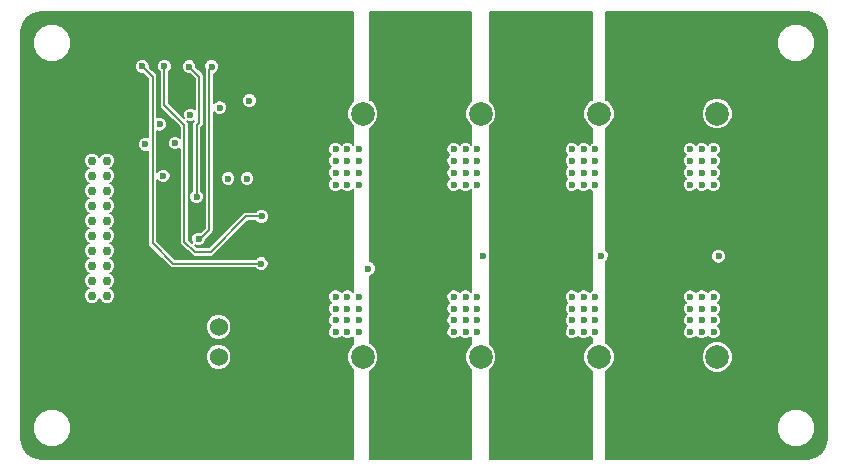
<source format=gbr>
G04 #@! TF.FileFunction,Copper,L3,Inr,Signal*
%FSLAX46Y46*%
G04 Gerber Fmt 4.6, Leading zero omitted, Abs format (unit mm)*
G04 Created by KiCad (PCBNEW 4.0.6-e0-6349~53~ubuntu14.04.1) date Tue Apr 25 14:13:02 2017*
%MOMM*%
%LPD*%
G01*
G04 APERTURE LIST*
%ADD10C,0.100000*%
%ADD11C,2.000000*%
%ADD12C,1.524000*%
%ADD13C,0.750000*%
%ADD14C,0.600000*%
%ADD15C,0.150000*%
%ADD16C,0.200000*%
G04 APERTURE END LIST*
D10*
D11*
X162300000Y-77000000D03*
X157300000Y-77000000D03*
X127300000Y-77000000D03*
X132300000Y-77000000D03*
X152300000Y-77000000D03*
X147300000Y-77000000D03*
X142300000Y-77000000D03*
X137300000Y-77000000D03*
D12*
X120100000Y-97600000D03*
X120100000Y-100140000D03*
X120100000Y-95060000D03*
D11*
X127300000Y-97600000D03*
X132300000Y-97600000D03*
X162300000Y-97600000D03*
X157300000Y-97600000D03*
X137300000Y-97600000D03*
X142300000Y-97600000D03*
X147300000Y-97600000D03*
X152300000Y-97600000D03*
D13*
X109365000Y-80985000D03*
X110635000Y-80985000D03*
X109365000Y-92415000D03*
X109365000Y-82255000D03*
X110635000Y-82255000D03*
X109365000Y-83525000D03*
X110635000Y-83525000D03*
X109365000Y-84795000D03*
X110635000Y-84795000D03*
X109365000Y-86065000D03*
X110635000Y-86065000D03*
X109365000Y-87335000D03*
X110635000Y-87335000D03*
X109365000Y-88605000D03*
X110635000Y-88605000D03*
X109365000Y-89875000D03*
X110635000Y-89875000D03*
X109365000Y-91145000D03*
X110635000Y-91145000D03*
X110635000Y-92415000D03*
D14*
X160000000Y-92500000D03*
X160000000Y-93500000D03*
X160000000Y-94500000D03*
X160000000Y-95500000D03*
X161000000Y-95500000D03*
X161000000Y-94500000D03*
X161000000Y-93500000D03*
X161000000Y-92500000D03*
X162000000Y-92500000D03*
X162000000Y-93500000D03*
X162000000Y-94500000D03*
X162000000Y-95500000D03*
X150000000Y-92500000D03*
X150000000Y-93500000D03*
X150000000Y-94500000D03*
X150000000Y-95500000D03*
X151000000Y-95500000D03*
X151000000Y-94500000D03*
X151000000Y-93500000D03*
X151000000Y-92500000D03*
X152000000Y-92500000D03*
X152000000Y-93500000D03*
X152000000Y-94500000D03*
X152000000Y-95500000D03*
X140000000Y-92500000D03*
X140000000Y-93500000D03*
X140000000Y-94500000D03*
X140000000Y-95500000D03*
X141000000Y-95500000D03*
X141000000Y-94500000D03*
X141000000Y-93500000D03*
X141000000Y-92500000D03*
X142000000Y-92500000D03*
X142000000Y-93500000D03*
X142000000Y-94500000D03*
X142000000Y-95500000D03*
X130000000Y-92500000D03*
X130000000Y-93500000D03*
X130000000Y-94500000D03*
X130000000Y-95500000D03*
X131000000Y-95500000D03*
X131000000Y-94500000D03*
X131000000Y-93500000D03*
X131000000Y-92500000D03*
X132000000Y-92500000D03*
X132000000Y-93500000D03*
X132000000Y-94500000D03*
X132000000Y-95500000D03*
X119500000Y-73025000D03*
X118400000Y-87600000D03*
X162425000Y-89075000D03*
X117600000Y-73025000D03*
X118225000Y-84050000D03*
X152500000Y-89025000D03*
X115500000Y-72975000D03*
X142475000Y-89075000D03*
X123725000Y-85700000D03*
X113625000Y-73000000D03*
X132775000Y-90125000D03*
X123700000Y-89700000D03*
X122700000Y-75900000D03*
X120200000Y-76500000D03*
X117700000Y-77100000D03*
X115100000Y-77900000D03*
X115400000Y-82275000D03*
X116400000Y-79500000D03*
X122500000Y-82500000D03*
X113900000Y-79600000D03*
X120900000Y-82500000D03*
X162000000Y-83000000D03*
X162000000Y-82000000D03*
X162000000Y-81000000D03*
X162000000Y-80000000D03*
X161000000Y-80000000D03*
X161000000Y-81000000D03*
X161000000Y-82000000D03*
X161000000Y-83000000D03*
X160000000Y-83000000D03*
X160000000Y-82000000D03*
X160000000Y-81000000D03*
X160000000Y-80000000D03*
X130000000Y-80000000D03*
X130000000Y-81000000D03*
X130000000Y-82000000D03*
X130000000Y-83000000D03*
X131000000Y-83000000D03*
X131000000Y-82000000D03*
X131000000Y-81000000D03*
X131000000Y-80000000D03*
X132000000Y-80000000D03*
X132000000Y-81000000D03*
X132000000Y-82000000D03*
X132000000Y-83000000D03*
X152000000Y-83000000D03*
X152000000Y-82000000D03*
X152000000Y-81000000D03*
X152000000Y-80000000D03*
X151000000Y-80000000D03*
X151000000Y-81000000D03*
X151000000Y-82000000D03*
X151000000Y-83000000D03*
X150000000Y-83000000D03*
X150000000Y-82000000D03*
X150000000Y-81000000D03*
X150000000Y-80000000D03*
X142000000Y-83000000D03*
X142000000Y-82000000D03*
X142000000Y-81000000D03*
X142000000Y-80000000D03*
X141000000Y-80000000D03*
X141000000Y-81000000D03*
X141000000Y-82000000D03*
X141000000Y-83000000D03*
X140000000Y-83000000D03*
X140000000Y-82000000D03*
X140000000Y-81000000D03*
X140000000Y-80000000D03*
D15*
X118400000Y-87600000D02*
X118525000Y-87600000D01*
X119300000Y-73225000D02*
X119500000Y-73025000D01*
X119300000Y-86825000D02*
X119300000Y-73225000D01*
X118525000Y-87600000D02*
X119300000Y-86825000D01*
X118225000Y-84050000D02*
X118225000Y-77975000D01*
X118450000Y-73875000D02*
X117600000Y-73025000D01*
X118450000Y-77750000D02*
X118450000Y-73875000D01*
X118225000Y-77975000D02*
X118450000Y-77750000D01*
X123725000Y-85700000D02*
X122450000Y-85700000D01*
X115500000Y-76300000D02*
X115500000Y-72975000D01*
X117200000Y-78000000D02*
X115500000Y-76300000D01*
X117200000Y-87825000D02*
X117200000Y-78000000D01*
X118100000Y-88725000D02*
X117200000Y-87825000D01*
X119425000Y-88725000D02*
X118100000Y-88725000D01*
X122450000Y-85700000D02*
X119425000Y-88725000D01*
X123700000Y-89700000D02*
X116225000Y-89700000D01*
X114500000Y-73875000D02*
X113625000Y-73000000D01*
X114500000Y-87975000D02*
X114500000Y-73875000D01*
X116225000Y-89700000D02*
X114500000Y-87975000D01*
D16*
G36*
X131500000Y-75933470D02*
X131181611Y-76251304D01*
X130980230Y-76736284D01*
X130979772Y-77261412D01*
X131180306Y-77746743D01*
X131500000Y-78066995D01*
X131500000Y-79623079D01*
X131499892Y-79623187D01*
X131351661Y-79474696D01*
X131123867Y-79380107D01*
X130877215Y-79379892D01*
X130649257Y-79474083D01*
X130499892Y-79623187D01*
X130351661Y-79474696D01*
X130123867Y-79380107D01*
X129877215Y-79379892D01*
X129649257Y-79474083D01*
X129474696Y-79648339D01*
X129380107Y-79876133D01*
X129379892Y-80122785D01*
X129474083Y-80350743D01*
X129623187Y-80500108D01*
X129474696Y-80648339D01*
X129380107Y-80876133D01*
X129379892Y-81122785D01*
X129474083Y-81350743D01*
X129623187Y-81500108D01*
X129474696Y-81648339D01*
X129380107Y-81876133D01*
X129379892Y-82122785D01*
X129474083Y-82350743D01*
X129623187Y-82500108D01*
X129474696Y-82648339D01*
X129380107Y-82876133D01*
X129379892Y-83122785D01*
X129474083Y-83350743D01*
X129648339Y-83525304D01*
X129876133Y-83619893D01*
X130122785Y-83620108D01*
X130350743Y-83525917D01*
X130500108Y-83376813D01*
X130648339Y-83525304D01*
X130876133Y-83619893D01*
X131122785Y-83620108D01*
X131350743Y-83525917D01*
X131500000Y-83376921D01*
X131500000Y-92123079D01*
X131499892Y-92123187D01*
X131351661Y-91974696D01*
X131123867Y-91880107D01*
X130877215Y-91879892D01*
X130649257Y-91974083D01*
X130499892Y-92123187D01*
X130351661Y-91974696D01*
X130123867Y-91880107D01*
X129877215Y-91879892D01*
X129649257Y-91974083D01*
X129474696Y-92148339D01*
X129380107Y-92376133D01*
X129379892Y-92622785D01*
X129474083Y-92850743D01*
X129623187Y-93000108D01*
X129474696Y-93148339D01*
X129380107Y-93376133D01*
X129379892Y-93622785D01*
X129474083Y-93850743D01*
X129623187Y-94000108D01*
X129474696Y-94148339D01*
X129380107Y-94376133D01*
X129379892Y-94622785D01*
X129474083Y-94850743D01*
X129623187Y-95000108D01*
X129474696Y-95148339D01*
X129380107Y-95376133D01*
X129379892Y-95622785D01*
X129474083Y-95850743D01*
X129648339Y-96025304D01*
X129876133Y-96119893D01*
X130122785Y-96120108D01*
X130350743Y-96025917D01*
X130500108Y-95876813D01*
X130648339Y-96025304D01*
X130876133Y-96119893D01*
X131122785Y-96120108D01*
X131350743Y-96025917D01*
X131500000Y-95876921D01*
X131500000Y-96533470D01*
X131181611Y-96851304D01*
X130980230Y-97336284D01*
X130979772Y-97861412D01*
X131180306Y-98346743D01*
X131500000Y-98666995D01*
X131500000Y-106205000D01*
X105038903Y-106205000D01*
X104388755Y-106075677D01*
X103870565Y-105729435D01*
X103524323Y-105211245D01*
X103395000Y-104561096D01*
X103395000Y-103920824D01*
X104379719Y-103920824D01*
X104625830Y-104516458D01*
X105081145Y-104972569D01*
X105676348Y-105219718D01*
X106320824Y-105220281D01*
X106916458Y-104974170D01*
X107372569Y-104518855D01*
X107619718Y-103923652D01*
X107620281Y-103279176D01*
X107374170Y-102683542D01*
X106918855Y-102227431D01*
X106323652Y-101980282D01*
X105679176Y-101979719D01*
X105083542Y-102225830D01*
X104627431Y-102681145D01*
X104380282Y-103276348D01*
X104379719Y-103920824D01*
X103395000Y-103920824D01*
X103395000Y-97814279D01*
X119017812Y-97814279D01*
X119182190Y-98212103D01*
X119486296Y-98516740D01*
X119883833Y-98681812D01*
X120314279Y-98682188D01*
X120712103Y-98517810D01*
X121016740Y-98213704D01*
X121181812Y-97816167D01*
X121182188Y-97385721D01*
X121017810Y-96987897D01*
X120713704Y-96683260D01*
X120316167Y-96518188D01*
X119885721Y-96517812D01*
X119487897Y-96682190D01*
X119183260Y-96986296D01*
X119018188Y-97383833D01*
X119017812Y-97814279D01*
X103395000Y-97814279D01*
X103395000Y-95274279D01*
X119017812Y-95274279D01*
X119182190Y-95672103D01*
X119486296Y-95976740D01*
X119883833Y-96141812D01*
X120314279Y-96142188D01*
X120712103Y-95977810D01*
X121016740Y-95673704D01*
X121181812Y-95276167D01*
X121182188Y-94845721D01*
X121017810Y-94447897D01*
X120713704Y-94143260D01*
X120316167Y-93978188D01*
X119885721Y-93977812D01*
X119487897Y-94142190D01*
X119183260Y-94446296D01*
X119018188Y-94843833D01*
X119017812Y-95274279D01*
X103395000Y-95274279D01*
X103395000Y-81122638D01*
X108669879Y-81122638D01*
X108775464Y-81378172D01*
X108970800Y-81573849D01*
X109081902Y-81619982D01*
X108971828Y-81665464D01*
X108776151Y-81860800D01*
X108670121Y-82116149D01*
X108669879Y-82392638D01*
X108775464Y-82648172D01*
X108970800Y-82843849D01*
X109081902Y-82889982D01*
X108971828Y-82935464D01*
X108776151Y-83130800D01*
X108670121Y-83386149D01*
X108669879Y-83662638D01*
X108775464Y-83918172D01*
X108970800Y-84113849D01*
X109081902Y-84159982D01*
X108971828Y-84205464D01*
X108776151Y-84400800D01*
X108670121Y-84656149D01*
X108669879Y-84932638D01*
X108775464Y-85188172D01*
X108970800Y-85383849D01*
X109081902Y-85429982D01*
X108971828Y-85475464D01*
X108776151Y-85670800D01*
X108670121Y-85926149D01*
X108669879Y-86202638D01*
X108775464Y-86458172D01*
X108970800Y-86653849D01*
X109081902Y-86699982D01*
X108971828Y-86745464D01*
X108776151Y-86940800D01*
X108670121Y-87196149D01*
X108669879Y-87472638D01*
X108775464Y-87728172D01*
X108970800Y-87923849D01*
X109081902Y-87969982D01*
X108971828Y-88015464D01*
X108776151Y-88210800D01*
X108670121Y-88466149D01*
X108669879Y-88742638D01*
X108775464Y-88998172D01*
X108970800Y-89193849D01*
X109081902Y-89239982D01*
X108971828Y-89285464D01*
X108776151Y-89480800D01*
X108670121Y-89736149D01*
X108669879Y-90012638D01*
X108775464Y-90268172D01*
X108970800Y-90463849D01*
X109081902Y-90509982D01*
X108971828Y-90555464D01*
X108776151Y-90750800D01*
X108670121Y-91006149D01*
X108669879Y-91282638D01*
X108775464Y-91538172D01*
X108970800Y-91733849D01*
X109081902Y-91779982D01*
X108971828Y-91825464D01*
X108776151Y-92020800D01*
X108670121Y-92276149D01*
X108669879Y-92552638D01*
X108775464Y-92808172D01*
X108970800Y-93003849D01*
X109226149Y-93109879D01*
X109502638Y-93110121D01*
X109758172Y-93004536D01*
X109953849Y-92809200D01*
X109999982Y-92698098D01*
X110045464Y-92808172D01*
X110240800Y-93003849D01*
X110496149Y-93109879D01*
X110772638Y-93110121D01*
X111028172Y-93004536D01*
X111223849Y-92809200D01*
X111329879Y-92553851D01*
X111330121Y-92277362D01*
X111224536Y-92021828D01*
X111029200Y-91826151D01*
X110918098Y-91780018D01*
X111028172Y-91734536D01*
X111223849Y-91539200D01*
X111329879Y-91283851D01*
X111330121Y-91007362D01*
X111224536Y-90751828D01*
X111029200Y-90556151D01*
X110918098Y-90510018D01*
X111028172Y-90464536D01*
X111223849Y-90269200D01*
X111329879Y-90013851D01*
X111330121Y-89737362D01*
X111224536Y-89481828D01*
X111029200Y-89286151D01*
X110918098Y-89240018D01*
X111028172Y-89194536D01*
X111223849Y-88999200D01*
X111329879Y-88743851D01*
X111330121Y-88467362D01*
X111224536Y-88211828D01*
X111029200Y-88016151D01*
X110918098Y-87970018D01*
X111028172Y-87924536D01*
X111223849Y-87729200D01*
X111329879Y-87473851D01*
X111330121Y-87197362D01*
X111224536Y-86941828D01*
X111029200Y-86746151D01*
X110918098Y-86700018D01*
X111028172Y-86654536D01*
X111223849Y-86459200D01*
X111329879Y-86203851D01*
X111330121Y-85927362D01*
X111224536Y-85671828D01*
X111029200Y-85476151D01*
X110918098Y-85430018D01*
X111028172Y-85384536D01*
X111223849Y-85189200D01*
X111329879Y-84933851D01*
X111330121Y-84657362D01*
X111224536Y-84401828D01*
X111029200Y-84206151D01*
X110918098Y-84160018D01*
X111028172Y-84114536D01*
X111223849Y-83919200D01*
X111329879Y-83663851D01*
X111330121Y-83387362D01*
X111224536Y-83131828D01*
X111029200Y-82936151D01*
X110918098Y-82890018D01*
X111028172Y-82844536D01*
X111223849Y-82649200D01*
X111329879Y-82393851D01*
X111330121Y-82117362D01*
X111224536Y-81861828D01*
X111029200Y-81666151D01*
X110918098Y-81620018D01*
X111028172Y-81574536D01*
X111223849Y-81379200D01*
X111329879Y-81123851D01*
X111330121Y-80847362D01*
X111224536Y-80591828D01*
X111029200Y-80396151D01*
X110773851Y-80290121D01*
X110497362Y-80289879D01*
X110241828Y-80395464D01*
X110046151Y-80590800D01*
X110000018Y-80701902D01*
X109954536Y-80591828D01*
X109759200Y-80396151D01*
X109503851Y-80290121D01*
X109227362Y-80289879D01*
X108971828Y-80395464D01*
X108776151Y-80590800D01*
X108670121Y-80846149D01*
X108669879Y-81122638D01*
X103395000Y-81122638D01*
X103395000Y-73122785D01*
X113004892Y-73122785D01*
X113099083Y-73350743D01*
X113273339Y-73525304D01*
X113501133Y-73619893D01*
X113686441Y-73620055D01*
X114105000Y-74038614D01*
X114105000Y-79013797D01*
X114023867Y-78980107D01*
X113777215Y-78979892D01*
X113549257Y-79074083D01*
X113374696Y-79248339D01*
X113280107Y-79476133D01*
X113279892Y-79722785D01*
X113374083Y-79950743D01*
X113548339Y-80125304D01*
X113776133Y-80219893D01*
X114022785Y-80220108D01*
X114105000Y-80186137D01*
X114105000Y-87975000D01*
X114135068Y-88126160D01*
X114220693Y-88254307D01*
X115945693Y-89979307D01*
X116073840Y-90064932D01*
X116225000Y-90095000D01*
X123218263Y-90095000D01*
X123348339Y-90225304D01*
X123576133Y-90319893D01*
X123822785Y-90320108D01*
X124050743Y-90225917D01*
X124225304Y-90051661D01*
X124319893Y-89823867D01*
X124320108Y-89577215D01*
X124225917Y-89349257D01*
X124051661Y-89174696D01*
X123823867Y-89080107D01*
X123577215Y-89079892D01*
X123349257Y-89174083D01*
X123218111Y-89305000D01*
X116388614Y-89305000D01*
X114895000Y-87811386D01*
X114895000Y-82646697D01*
X115048339Y-82800304D01*
X115276133Y-82894893D01*
X115522785Y-82895108D01*
X115750743Y-82800917D01*
X115925304Y-82626661D01*
X116019893Y-82398867D01*
X116020108Y-82152215D01*
X115925917Y-81924257D01*
X115751661Y-81749696D01*
X115523867Y-81655107D01*
X115277215Y-81654892D01*
X115049257Y-81749083D01*
X114895000Y-81903070D01*
X114895000Y-78486203D01*
X114976133Y-78519893D01*
X115222785Y-78520108D01*
X115450743Y-78425917D01*
X115625304Y-78251661D01*
X115719893Y-78023867D01*
X115720108Y-77777215D01*
X115625917Y-77549257D01*
X115451661Y-77374696D01*
X115223867Y-77280107D01*
X114977215Y-77279892D01*
X114895000Y-77313863D01*
X114895000Y-73875000D01*
X114864932Y-73723840D01*
X114779307Y-73595693D01*
X114281399Y-73097785D01*
X114879892Y-73097785D01*
X114974083Y-73325743D01*
X115105000Y-73456889D01*
X115105000Y-76300000D01*
X115135068Y-76451160D01*
X115220693Y-76579307D01*
X116805000Y-78163614D01*
X116805000Y-79028128D01*
X116751661Y-78974696D01*
X116523867Y-78880107D01*
X116277215Y-78879892D01*
X116049257Y-78974083D01*
X115874696Y-79148339D01*
X115780107Y-79376133D01*
X115779892Y-79622785D01*
X115874083Y-79850743D01*
X116048339Y-80025304D01*
X116276133Y-80119893D01*
X116522785Y-80120108D01*
X116750743Y-80025917D01*
X116805000Y-79971755D01*
X116805000Y-87825000D01*
X116835068Y-87976160D01*
X116920693Y-88104307D01*
X117820693Y-89004307D01*
X117948840Y-89089932D01*
X118100000Y-89120000D01*
X119425000Y-89120000D01*
X119576160Y-89089932D01*
X119704307Y-89004307D01*
X122613614Y-86095000D01*
X123243263Y-86095000D01*
X123373339Y-86225304D01*
X123601133Y-86319893D01*
X123847785Y-86320108D01*
X124075743Y-86225917D01*
X124250304Y-86051661D01*
X124344893Y-85823867D01*
X124345108Y-85577215D01*
X124250917Y-85349257D01*
X124076661Y-85174696D01*
X123848867Y-85080107D01*
X123602215Y-85079892D01*
X123374257Y-85174083D01*
X123243111Y-85305000D01*
X122450000Y-85305000D01*
X122298840Y-85335068D01*
X122170693Y-85420693D01*
X119261386Y-88330000D01*
X118263614Y-88330000D01*
X118066430Y-88132816D01*
X118276133Y-88219893D01*
X118522785Y-88220108D01*
X118750743Y-88125917D01*
X118925304Y-87951661D01*
X119019893Y-87723867D01*
X119019945Y-87663669D01*
X119579308Y-87104307D01*
X119630636Y-87027488D01*
X119664932Y-86976160D01*
X119695000Y-86825000D01*
X119695000Y-82622785D01*
X120279892Y-82622785D01*
X120374083Y-82850743D01*
X120548339Y-83025304D01*
X120776133Y-83119893D01*
X121022785Y-83120108D01*
X121250743Y-83025917D01*
X121425304Y-82851661D01*
X121519893Y-82623867D01*
X121519893Y-82622785D01*
X121879892Y-82622785D01*
X121974083Y-82850743D01*
X122148339Y-83025304D01*
X122376133Y-83119893D01*
X122622785Y-83120108D01*
X122850743Y-83025917D01*
X123025304Y-82851661D01*
X123119893Y-82623867D01*
X123120108Y-82377215D01*
X123025917Y-82149257D01*
X122851661Y-81974696D01*
X122623867Y-81880107D01*
X122377215Y-81879892D01*
X122149257Y-81974083D01*
X121974696Y-82148339D01*
X121880107Y-82376133D01*
X121879892Y-82622785D01*
X121519893Y-82622785D01*
X121520108Y-82377215D01*
X121425917Y-82149257D01*
X121251661Y-81974696D01*
X121023867Y-81880107D01*
X120777215Y-81879892D01*
X120549257Y-81974083D01*
X120374696Y-82148339D01*
X120280107Y-82376133D01*
X120279892Y-82622785D01*
X119695000Y-82622785D01*
X119695000Y-76871697D01*
X119848339Y-77025304D01*
X120076133Y-77119893D01*
X120322785Y-77120108D01*
X120550743Y-77025917D01*
X120725304Y-76851661D01*
X120819893Y-76623867D01*
X120820108Y-76377215D01*
X120725917Y-76149257D01*
X120599666Y-76022785D01*
X122079892Y-76022785D01*
X122174083Y-76250743D01*
X122348339Y-76425304D01*
X122576133Y-76519893D01*
X122822785Y-76520108D01*
X123050743Y-76425917D01*
X123225304Y-76251661D01*
X123319893Y-76023867D01*
X123320108Y-75777215D01*
X123225917Y-75549257D01*
X123051661Y-75374696D01*
X122823867Y-75280107D01*
X122577215Y-75279892D01*
X122349257Y-75374083D01*
X122174696Y-75548339D01*
X122080107Y-75776133D01*
X122079892Y-76022785D01*
X120599666Y-76022785D01*
X120551661Y-75974696D01*
X120323867Y-75880107D01*
X120077215Y-75879892D01*
X119849257Y-75974083D01*
X119695000Y-76128070D01*
X119695000Y-73615269D01*
X119850743Y-73550917D01*
X120025304Y-73376661D01*
X120119893Y-73148867D01*
X120120108Y-72902215D01*
X120025917Y-72674257D01*
X119851661Y-72499696D01*
X119623867Y-72405107D01*
X119377215Y-72404892D01*
X119149257Y-72499083D01*
X118974696Y-72673339D01*
X118880107Y-72901133D01*
X118879892Y-73147785D01*
X118907209Y-73213896D01*
X118905000Y-73225000D01*
X118905000Y-86661385D01*
X118567967Y-86998419D01*
X118523867Y-86980107D01*
X118277215Y-86979892D01*
X118049257Y-87074083D01*
X117874696Y-87248339D01*
X117780107Y-87476133D01*
X117779892Y-87722785D01*
X117866849Y-87933235D01*
X117595000Y-87661386D01*
X117595000Y-78000000D01*
X117564932Y-77848840D01*
X117479307Y-77720693D01*
X117409183Y-77650569D01*
X117576133Y-77719893D01*
X117822785Y-77720108D01*
X117990631Y-77650755D01*
X117945693Y-77695693D01*
X117860068Y-77823840D01*
X117830000Y-77975000D01*
X117830000Y-83568263D01*
X117699696Y-83698339D01*
X117605107Y-83926133D01*
X117604892Y-84172785D01*
X117699083Y-84400743D01*
X117873339Y-84575304D01*
X118101133Y-84669893D01*
X118347785Y-84670108D01*
X118575743Y-84575917D01*
X118750304Y-84401661D01*
X118844893Y-84173867D01*
X118845108Y-83927215D01*
X118750917Y-83699257D01*
X118620000Y-83568111D01*
X118620000Y-78138614D01*
X118729307Y-78029307D01*
X118814932Y-77901160D01*
X118845000Y-77750000D01*
X118845000Y-73875000D01*
X118814932Y-73723840D01*
X118762325Y-73645108D01*
X118729308Y-73595693D01*
X118219948Y-73086333D01*
X118220108Y-72902215D01*
X118125917Y-72674257D01*
X117951661Y-72499696D01*
X117723867Y-72405107D01*
X117477215Y-72404892D01*
X117249257Y-72499083D01*
X117074696Y-72673339D01*
X116980107Y-72901133D01*
X116979892Y-73147785D01*
X117074083Y-73375743D01*
X117248339Y-73550304D01*
X117476133Y-73644893D01*
X117661440Y-73645055D01*
X118055000Y-74038615D01*
X118055000Y-76578041D01*
X118051661Y-76574696D01*
X117823867Y-76480107D01*
X117577215Y-76479892D01*
X117349257Y-76574083D01*
X117174696Y-76748339D01*
X117080107Y-76976133D01*
X117079892Y-77222785D01*
X117149245Y-77390631D01*
X115895000Y-76136386D01*
X115895000Y-73456737D01*
X116025304Y-73326661D01*
X116119893Y-73098867D01*
X116120108Y-72852215D01*
X116025917Y-72624257D01*
X115851661Y-72449696D01*
X115623867Y-72355107D01*
X115377215Y-72354892D01*
X115149257Y-72449083D01*
X114974696Y-72623339D01*
X114880107Y-72851133D01*
X114879892Y-73097785D01*
X114281399Y-73097785D01*
X114244948Y-73061334D01*
X114245108Y-72877215D01*
X114150917Y-72649257D01*
X113976661Y-72474696D01*
X113748867Y-72380107D01*
X113502215Y-72379892D01*
X113274257Y-72474083D01*
X113099696Y-72648339D01*
X113005107Y-72876133D01*
X113004892Y-73122785D01*
X103395000Y-73122785D01*
X103395000Y-71320824D01*
X104379719Y-71320824D01*
X104625830Y-71916458D01*
X105081145Y-72372569D01*
X105676348Y-72619718D01*
X106320824Y-72620281D01*
X106916458Y-72374170D01*
X107372569Y-71918855D01*
X107619718Y-71323652D01*
X107620281Y-70679176D01*
X107374170Y-70083542D01*
X106918855Y-69627431D01*
X106323652Y-69380282D01*
X105679176Y-69379719D01*
X105083542Y-69625830D01*
X104627431Y-70081145D01*
X104380282Y-70676348D01*
X104379719Y-71320824D01*
X103395000Y-71320824D01*
X103395000Y-70038904D01*
X103524323Y-69388755D01*
X103870565Y-68870565D01*
X104388755Y-68524323D01*
X105038903Y-68395000D01*
X131500000Y-68395000D01*
X131500000Y-75933470D01*
X131500000Y-75933470D01*
G37*
X131500000Y-75933470D02*
X131181611Y-76251304D01*
X130980230Y-76736284D01*
X130979772Y-77261412D01*
X131180306Y-77746743D01*
X131500000Y-78066995D01*
X131500000Y-79623079D01*
X131499892Y-79623187D01*
X131351661Y-79474696D01*
X131123867Y-79380107D01*
X130877215Y-79379892D01*
X130649257Y-79474083D01*
X130499892Y-79623187D01*
X130351661Y-79474696D01*
X130123867Y-79380107D01*
X129877215Y-79379892D01*
X129649257Y-79474083D01*
X129474696Y-79648339D01*
X129380107Y-79876133D01*
X129379892Y-80122785D01*
X129474083Y-80350743D01*
X129623187Y-80500108D01*
X129474696Y-80648339D01*
X129380107Y-80876133D01*
X129379892Y-81122785D01*
X129474083Y-81350743D01*
X129623187Y-81500108D01*
X129474696Y-81648339D01*
X129380107Y-81876133D01*
X129379892Y-82122785D01*
X129474083Y-82350743D01*
X129623187Y-82500108D01*
X129474696Y-82648339D01*
X129380107Y-82876133D01*
X129379892Y-83122785D01*
X129474083Y-83350743D01*
X129648339Y-83525304D01*
X129876133Y-83619893D01*
X130122785Y-83620108D01*
X130350743Y-83525917D01*
X130500108Y-83376813D01*
X130648339Y-83525304D01*
X130876133Y-83619893D01*
X131122785Y-83620108D01*
X131350743Y-83525917D01*
X131500000Y-83376921D01*
X131500000Y-92123079D01*
X131499892Y-92123187D01*
X131351661Y-91974696D01*
X131123867Y-91880107D01*
X130877215Y-91879892D01*
X130649257Y-91974083D01*
X130499892Y-92123187D01*
X130351661Y-91974696D01*
X130123867Y-91880107D01*
X129877215Y-91879892D01*
X129649257Y-91974083D01*
X129474696Y-92148339D01*
X129380107Y-92376133D01*
X129379892Y-92622785D01*
X129474083Y-92850743D01*
X129623187Y-93000108D01*
X129474696Y-93148339D01*
X129380107Y-93376133D01*
X129379892Y-93622785D01*
X129474083Y-93850743D01*
X129623187Y-94000108D01*
X129474696Y-94148339D01*
X129380107Y-94376133D01*
X129379892Y-94622785D01*
X129474083Y-94850743D01*
X129623187Y-95000108D01*
X129474696Y-95148339D01*
X129380107Y-95376133D01*
X129379892Y-95622785D01*
X129474083Y-95850743D01*
X129648339Y-96025304D01*
X129876133Y-96119893D01*
X130122785Y-96120108D01*
X130350743Y-96025917D01*
X130500108Y-95876813D01*
X130648339Y-96025304D01*
X130876133Y-96119893D01*
X131122785Y-96120108D01*
X131350743Y-96025917D01*
X131500000Y-95876921D01*
X131500000Y-96533470D01*
X131181611Y-96851304D01*
X130980230Y-97336284D01*
X130979772Y-97861412D01*
X131180306Y-98346743D01*
X131500000Y-98666995D01*
X131500000Y-106205000D01*
X105038903Y-106205000D01*
X104388755Y-106075677D01*
X103870565Y-105729435D01*
X103524323Y-105211245D01*
X103395000Y-104561096D01*
X103395000Y-103920824D01*
X104379719Y-103920824D01*
X104625830Y-104516458D01*
X105081145Y-104972569D01*
X105676348Y-105219718D01*
X106320824Y-105220281D01*
X106916458Y-104974170D01*
X107372569Y-104518855D01*
X107619718Y-103923652D01*
X107620281Y-103279176D01*
X107374170Y-102683542D01*
X106918855Y-102227431D01*
X106323652Y-101980282D01*
X105679176Y-101979719D01*
X105083542Y-102225830D01*
X104627431Y-102681145D01*
X104380282Y-103276348D01*
X104379719Y-103920824D01*
X103395000Y-103920824D01*
X103395000Y-97814279D01*
X119017812Y-97814279D01*
X119182190Y-98212103D01*
X119486296Y-98516740D01*
X119883833Y-98681812D01*
X120314279Y-98682188D01*
X120712103Y-98517810D01*
X121016740Y-98213704D01*
X121181812Y-97816167D01*
X121182188Y-97385721D01*
X121017810Y-96987897D01*
X120713704Y-96683260D01*
X120316167Y-96518188D01*
X119885721Y-96517812D01*
X119487897Y-96682190D01*
X119183260Y-96986296D01*
X119018188Y-97383833D01*
X119017812Y-97814279D01*
X103395000Y-97814279D01*
X103395000Y-95274279D01*
X119017812Y-95274279D01*
X119182190Y-95672103D01*
X119486296Y-95976740D01*
X119883833Y-96141812D01*
X120314279Y-96142188D01*
X120712103Y-95977810D01*
X121016740Y-95673704D01*
X121181812Y-95276167D01*
X121182188Y-94845721D01*
X121017810Y-94447897D01*
X120713704Y-94143260D01*
X120316167Y-93978188D01*
X119885721Y-93977812D01*
X119487897Y-94142190D01*
X119183260Y-94446296D01*
X119018188Y-94843833D01*
X119017812Y-95274279D01*
X103395000Y-95274279D01*
X103395000Y-81122638D01*
X108669879Y-81122638D01*
X108775464Y-81378172D01*
X108970800Y-81573849D01*
X109081902Y-81619982D01*
X108971828Y-81665464D01*
X108776151Y-81860800D01*
X108670121Y-82116149D01*
X108669879Y-82392638D01*
X108775464Y-82648172D01*
X108970800Y-82843849D01*
X109081902Y-82889982D01*
X108971828Y-82935464D01*
X108776151Y-83130800D01*
X108670121Y-83386149D01*
X108669879Y-83662638D01*
X108775464Y-83918172D01*
X108970800Y-84113849D01*
X109081902Y-84159982D01*
X108971828Y-84205464D01*
X108776151Y-84400800D01*
X108670121Y-84656149D01*
X108669879Y-84932638D01*
X108775464Y-85188172D01*
X108970800Y-85383849D01*
X109081902Y-85429982D01*
X108971828Y-85475464D01*
X108776151Y-85670800D01*
X108670121Y-85926149D01*
X108669879Y-86202638D01*
X108775464Y-86458172D01*
X108970800Y-86653849D01*
X109081902Y-86699982D01*
X108971828Y-86745464D01*
X108776151Y-86940800D01*
X108670121Y-87196149D01*
X108669879Y-87472638D01*
X108775464Y-87728172D01*
X108970800Y-87923849D01*
X109081902Y-87969982D01*
X108971828Y-88015464D01*
X108776151Y-88210800D01*
X108670121Y-88466149D01*
X108669879Y-88742638D01*
X108775464Y-88998172D01*
X108970800Y-89193849D01*
X109081902Y-89239982D01*
X108971828Y-89285464D01*
X108776151Y-89480800D01*
X108670121Y-89736149D01*
X108669879Y-90012638D01*
X108775464Y-90268172D01*
X108970800Y-90463849D01*
X109081902Y-90509982D01*
X108971828Y-90555464D01*
X108776151Y-90750800D01*
X108670121Y-91006149D01*
X108669879Y-91282638D01*
X108775464Y-91538172D01*
X108970800Y-91733849D01*
X109081902Y-91779982D01*
X108971828Y-91825464D01*
X108776151Y-92020800D01*
X108670121Y-92276149D01*
X108669879Y-92552638D01*
X108775464Y-92808172D01*
X108970800Y-93003849D01*
X109226149Y-93109879D01*
X109502638Y-93110121D01*
X109758172Y-93004536D01*
X109953849Y-92809200D01*
X109999982Y-92698098D01*
X110045464Y-92808172D01*
X110240800Y-93003849D01*
X110496149Y-93109879D01*
X110772638Y-93110121D01*
X111028172Y-93004536D01*
X111223849Y-92809200D01*
X111329879Y-92553851D01*
X111330121Y-92277362D01*
X111224536Y-92021828D01*
X111029200Y-91826151D01*
X110918098Y-91780018D01*
X111028172Y-91734536D01*
X111223849Y-91539200D01*
X111329879Y-91283851D01*
X111330121Y-91007362D01*
X111224536Y-90751828D01*
X111029200Y-90556151D01*
X110918098Y-90510018D01*
X111028172Y-90464536D01*
X111223849Y-90269200D01*
X111329879Y-90013851D01*
X111330121Y-89737362D01*
X111224536Y-89481828D01*
X111029200Y-89286151D01*
X110918098Y-89240018D01*
X111028172Y-89194536D01*
X111223849Y-88999200D01*
X111329879Y-88743851D01*
X111330121Y-88467362D01*
X111224536Y-88211828D01*
X111029200Y-88016151D01*
X110918098Y-87970018D01*
X111028172Y-87924536D01*
X111223849Y-87729200D01*
X111329879Y-87473851D01*
X111330121Y-87197362D01*
X111224536Y-86941828D01*
X111029200Y-86746151D01*
X110918098Y-86700018D01*
X111028172Y-86654536D01*
X111223849Y-86459200D01*
X111329879Y-86203851D01*
X111330121Y-85927362D01*
X111224536Y-85671828D01*
X111029200Y-85476151D01*
X110918098Y-85430018D01*
X111028172Y-85384536D01*
X111223849Y-85189200D01*
X111329879Y-84933851D01*
X111330121Y-84657362D01*
X111224536Y-84401828D01*
X111029200Y-84206151D01*
X110918098Y-84160018D01*
X111028172Y-84114536D01*
X111223849Y-83919200D01*
X111329879Y-83663851D01*
X111330121Y-83387362D01*
X111224536Y-83131828D01*
X111029200Y-82936151D01*
X110918098Y-82890018D01*
X111028172Y-82844536D01*
X111223849Y-82649200D01*
X111329879Y-82393851D01*
X111330121Y-82117362D01*
X111224536Y-81861828D01*
X111029200Y-81666151D01*
X110918098Y-81620018D01*
X111028172Y-81574536D01*
X111223849Y-81379200D01*
X111329879Y-81123851D01*
X111330121Y-80847362D01*
X111224536Y-80591828D01*
X111029200Y-80396151D01*
X110773851Y-80290121D01*
X110497362Y-80289879D01*
X110241828Y-80395464D01*
X110046151Y-80590800D01*
X110000018Y-80701902D01*
X109954536Y-80591828D01*
X109759200Y-80396151D01*
X109503851Y-80290121D01*
X109227362Y-80289879D01*
X108971828Y-80395464D01*
X108776151Y-80590800D01*
X108670121Y-80846149D01*
X108669879Y-81122638D01*
X103395000Y-81122638D01*
X103395000Y-73122785D01*
X113004892Y-73122785D01*
X113099083Y-73350743D01*
X113273339Y-73525304D01*
X113501133Y-73619893D01*
X113686441Y-73620055D01*
X114105000Y-74038614D01*
X114105000Y-79013797D01*
X114023867Y-78980107D01*
X113777215Y-78979892D01*
X113549257Y-79074083D01*
X113374696Y-79248339D01*
X113280107Y-79476133D01*
X113279892Y-79722785D01*
X113374083Y-79950743D01*
X113548339Y-80125304D01*
X113776133Y-80219893D01*
X114022785Y-80220108D01*
X114105000Y-80186137D01*
X114105000Y-87975000D01*
X114135068Y-88126160D01*
X114220693Y-88254307D01*
X115945693Y-89979307D01*
X116073840Y-90064932D01*
X116225000Y-90095000D01*
X123218263Y-90095000D01*
X123348339Y-90225304D01*
X123576133Y-90319893D01*
X123822785Y-90320108D01*
X124050743Y-90225917D01*
X124225304Y-90051661D01*
X124319893Y-89823867D01*
X124320108Y-89577215D01*
X124225917Y-89349257D01*
X124051661Y-89174696D01*
X123823867Y-89080107D01*
X123577215Y-89079892D01*
X123349257Y-89174083D01*
X123218111Y-89305000D01*
X116388614Y-89305000D01*
X114895000Y-87811386D01*
X114895000Y-82646697D01*
X115048339Y-82800304D01*
X115276133Y-82894893D01*
X115522785Y-82895108D01*
X115750743Y-82800917D01*
X115925304Y-82626661D01*
X116019893Y-82398867D01*
X116020108Y-82152215D01*
X115925917Y-81924257D01*
X115751661Y-81749696D01*
X115523867Y-81655107D01*
X115277215Y-81654892D01*
X115049257Y-81749083D01*
X114895000Y-81903070D01*
X114895000Y-78486203D01*
X114976133Y-78519893D01*
X115222785Y-78520108D01*
X115450743Y-78425917D01*
X115625304Y-78251661D01*
X115719893Y-78023867D01*
X115720108Y-77777215D01*
X115625917Y-77549257D01*
X115451661Y-77374696D01*
X115223867Y-77280107D01*
X114977215Y-77279892D01*
X114895000Y-77313863D01*
X114895000Y-73875000D01*
X114864932Y-73723840D01*
X114779307Y-73595693D01*
X114281399Y-73097785D01*
X114879892Y-73097785D01*
X114974083Y-73325743D01*
X115105000Y-73456889D01*
X115105000Y-76300000D01*
X115135068Y-76451160D01*
X115220693Y-76579307D01*
X116805000Y-78163614D01*
X116805000Y-79028128D01*
X116751661Y-78974696D01*
X116523867Y-78880107D01*
X116277215Y-78879892D01*
X116049257Y-78974083D01*
X115874696Y-79148339D01*
X115780107Y-79376133D01*
X115779892Y-79622785D01*
X115874083Y-79850743D01*
X116048339Y-80025304D01*
X116276133Y-80119893D01*
X116522785Y-80120108D01*
X116750743Y-80025917D01*
X116805000Y-79971755D01*
X116805000Y-87825000D01*
X116835068Y-87976160D01*
X116920693Y-88104307D01*
X117820693Y-89004307D01*
X117948840Y-89089932D01*
X118100000Y-89120000D01*
X119425000Y-89120000D01*
X119576160Y-89089932D01*
X119704307Y-89004307D01*
X122613614Y-86095000D01*
X123243263Y-86095000D01*
X123373339Y-86225304D01*
X123601133Y-86319893D01*
X123847785Y-86320108D01*
X124075743Y-86225917D01*
X124250304Y-86051661D01*
X124344893Y-85823867D01*
X124345108Y-85577215D01*
X124250917Y-85349257D01*
X124076661Y-85174696D01*
X123848867Y-85080107D01*
X123602215Y-85079892D01*
X123374257Y-85174083D01*
X123243111Y-85305000D01*
X122450000Y-85305000D01*
X122298840Y-85335068D01*
X122170693Y-85420693D01*
X119261386Y-88330000D01*
X118263614Y-88330000D01*
X118066430Y-88132816D01*
X118276133Y-88219893D01*
X118522785Y-88220108D01*
X118750743Y-88125917D01*
X118925304Y-87951661D01*
X119019893Y-87723867D01*
X119019945Y-87663669D01*
X119579308Y-87104307D01*
X119630636Y-87027488D01*
X119664932Y-86976160D01*
X119695000Y-86825000D01*
X119695000Y-82622785D01*
X120279892Y-82622785D01*
X120374083Y-82850743D01*
X120548339Y-83025304D01*
X120776133Y-83119893D01*
X121022785Y-83120108D01*
X121250743Y-83025917D01*
X121425304Y-82851661D01*
X121519893Y-82623867D01*
X121519893Y-82622785D01*
X121879892Y-82622785D01*
X121974083Y-82850743D01*
X122148339Y-83025304D01*
X122376133Y-83119893D01*
X122622785Y-83120108D01*
X122850743Y-83025917D01*
X123025304Y-82851661D01*
X123119893Y-82623867D01*
X123120108Y-82377215D01*
X123025917Y-82149257D01*
X122851661Y-81974696D01*
X122623867Y-81880107D01*
X122377215Y-81879892D01*
X122149257Y-81974083D01*
X121974696Y-82148339D01*
X121880107Y-82376133D01*
X121879892Y-82622785D01*
X121519893Y-82622785D01*
X121520108Y-82377215D01*
X121425917Y-82149257D01*
X121251661Y-81974696D01*
X121023867Y-81880107D01*
X120777215Y-81879892D01*
X120549257Y-81974083D01*
X120374696Y-82148339D01*
X120280107Y-82376133D01*
X120279892Y-82622785D01*
X119695000Y-82622785D01*
X119695000Y-76871697D01*
X119848339Y-77025304D01*
X120076133Y-77119893D01*
X120322785Y-77120108D01*
X120550743Y-77025917D01*
X120725304Y-76851661D01*
X120819893Y-76623867D01*
X120820108Y-76377215D01*
X120725917Y-76149257D01*
X120599666Y-76022785D01*
X122079892Y-76022785D01*
X122174083Y-76250743D01*
X122348339Y-76425304D01*
X122576133Y-76519893D01*
X122822785Y-76520108D01*
X123050743Y-76425917D01*
X123225304Y-76251661D01*
X123319893Y-76023867D01*
X123320108Y-75777215D01*
X123225917Y-75549257D01*
X123051661Y-75374696D01*
X122823867Y-75280107D01*
X122577215Y-75279892D01*
X122349257Y-75374083D01*
X122174696Y-75548339D01*
X122080107Y-75776133D01*
X122079892Y-76022785D01*
X120599666Y-76022785D01*
X120551661Y-75974696D01*
X120323867Y-75880107D01*
X120077215Y-75879892D01*
X119849257Y-75974083D01*
X119695000Y-76128070D01*
X119695000Y-73615269D01*
X119850743Y-73550917D01*
X120025304Y-73376661D01*
X120119893Y-73148867D01*
X120120108Y-72902215D01*
X120025917Y-72674257D01*
X119851661Y-72499696D01*
X119623867Y-72405107D01*
X119377215Y-72404892D01*
X119149257Y-72499083D01*
X118974696Y-72673339D01*
X118880107Y-72901133D01*
X118879892Y-73147785D01*
X118907209Y-73213896D01*
X118905000Y-73225000D01*
X118905000Y-86661385D01*
X118567967Y-86998419D01*
X118523867Y-86980107D01*
X118277215Y-86979892D01*
X118049257Y-87074083D01*
X117874696Y-87248339D01*
X117780107Y-87476133D01*
X117779892Y-87722785D01*
X117866849Y-87933235D01*
X117595000Y-87661386D01*
X117595000Y-78000000D01*
X117564932Y-77848840D01*
X117479307Y-77720693D01*
X117409183Y-77650569D01*
X117576133Y-77719893D01*
X117822785Y-77720108D01*
X117990631Y-77650755D01*
X117945693Y-77695693D01*
X117860068Y-77823840D01*
X117830000Y-77975000D01*
X117830000Y-83568263D01*
X117699696Y-83698339D01*
X117605107Y-83926133D01*
X117604892Y-84172785D01*
X117699083Y-84400743D01*
X117873339Y-84575304D01*
X118101133Y-84669893D01*
X118347785Y-84670108D01*
X118575743Y-84575917D01*
X118750304Y-84401661D01*
X118844893Y-84173867D01*
X118845108Y-83927215D01*
X118750917Y-83699257D01*
X118620000Y-83568111D01*
X118620000Y-78138614D01*
X118729307Y-78029307D01*
X118814932Y-77901160D01*
X118845000Y-77750000D01*
X118845000Y-73875000D01*
X118814932Y-73723840D01*
X118762325Y-73645108D01*
X118729308Y-73595693D01*
X118219948Y-73086333D01*
X118220108Y-72902215D01*
X118125917Y-72674257D01*
X117951661Y-72499696D01*
X117723867Y-72405107D01*
X117477215Y-72404892D01*
X117249257Y-72499083D01*
X117074696Y-72673339D01*
X116980107Y-72901133D01*
X116979892Y-73147785D01*
X117074083Y-73375743D01*
X117248339Y-73550304D01*
X117476133Y-73644893D01*
X117661440Y-73645055D01*
X118055000Y-74038615D01*
X118055000Y-76578041D01*
X118051661Y-76574696D01*
X117823867Y-76480107D01*
X117577215Y-76479892D01*
X117349257Y-76574083D01*
X117174696Y-76748339D01*
X117080107Y-76976133D01*
X117079892Y-77222785D01*
X117149245Y-77390631D01*
X115895000Y-76136386D01*
X115895000Y-73456737D01*
X116025304Y-73326661D01*
X116119893Y-73098867D01*
X116120108Y-72852215D01*
X116025917Y-72624257D01*
X115851661Y-72449696D01*
X115623867Y-72355107D01*
X115377215Y-72354892D01*
X115149257Y-72449083D01*
X114974696Y-72623339D01*
X114880107Y-72851133D01*
X114879892Y-73097785D01*
X114281399Y-73097785D01*
X114244948Y-73061334D01*
X114245108Y-72877215D01*
X114150917Y-72649257D01*
X113976661Y-72474696D01*
X113748867Y-72380107D01*
X113502215Y-72379892D01*
X113274257Y-72474083D01*
X113099696Y-72648339D01*
X113005107Y-72876133D01*
X113004892Y-73122785D01*
X103395000Y-73122785D01*
X103395000Y-71320824D01*
X104379719Y-71320824D01*
X104625830Y-71916458D01*
X105081145Y-72372569D01*
X105676348Y-72619718D01*
X106320824Y-72620281D01*
X106916458Y-72374170D01*
X107372569Y-71918855D01*
X107619718Y-71323652D01*
X107620281Y-70679176D01*
X107374170Y-70083542D01*
X106918855Y-69627431D01*
X106323652Y-69380282D01*
X105679176Y-69379719D01*
X105083542Y-69625830D01*
X104627431Y-70081145D01*
X104380282Y-70676348D01*
X104379719Y-71320824D01*
X103395000Y-71320824D01*
X103395000Y-70038904D01*
X103524323Y-69388755D01*
X103870565Y-68870565D01*
X104388755Y-68524323D01*
X105038903Y-68395000D01*
X131500000Y-68395000D01*
X131500000Y-75933470D01*
G36*
X141500000Y-75933470D02*
X141181611Y-76251304D01*
X140980230Y-76736284D01*
X140979772Y-77261412D01*
X141180306Y-77746743D01*
X141500000Y-78066995D01*
X141500000Y-79623079D01*
X141499892Y-79623187D01*
X141351661Y-79474696D01*
X141123867Y-79380107D01*
X140877215Y-79379892D01*
X140649257Y-79474083D01*
X140499892Y-79623187D01*
X140351661Y-79474696D01*
X140123867Y-79380107D01*
X139877215Y-79379892D01*
X139649257Y-79474083D01*
X139474696Y-79648339D01*
X139380107Y-79876133D01*
X139379892Y-80122785D01*
X139474083Y-80350743D01*
X139623187Y-80500108D01*
X139474696Y-80648339D01*
X139380107Y-80876133D01*
X139379892Y-81122785D01*
X139474083Y-81350743D01*
X139623187Y-81500108D01*
X139474696Y-81648339D01*
X139380107Y-81876133D01*
X139379892Y-82122785D01*
X139474083Y-82350743D01*
X139623187Y-82500108D01*
X139474696Y-82648339D01*
X139380107Y-82876133D01*
X139379892Y-83122785D01*
X139474083Y-83350743D01*
X139648339Y-83525304D01*
X139876133Y-83619893D01*
X140122785Y-83620108D01*
X140350743Y-83525917D01*
X140500108Y-83376813D01*
X140648339Y-83525304D01*
X140876133Y-83619893D01*
X141122785Y-83620108D01*
X141350743Y-83525917D01*
X141500000Y-83376921D01*
X141500000Y-92123079D01*
X141499892Y-92123187D01*
X141351661Y-91974696D01*
X141123867Y-91880107D01*
X140877215Y-91879892D01*
X140649257Y-91974083D01*
X140499892Y-92123187D01*
X140351661Y-91974696D01*
X140123867Y-91880107D01*
X139877215Y-91879892D01*
X139649257Y-91974083D01*
X139474696Y-92148339D01*
X139380107Y-92376133D01*
X139379892Y-92622785D01*
X139474083Y-92850743D01*
X139623187Y-93000108D01*
X139474696Y-93148339D01*
X139380107Y-93376133D01*
X139379892Y-93622785D01*
X139474083Y-93850743D01*
X139623187Y-94000108D01*
X139474696Y-94148339D01*
X139380107Y-94376133D01*
X139379892Y-94622785D01*
X139474083Y-94850743D01*
X139623187Y-95000108D01*
X139474696Y-95148339D01*
X139380107Y-95376133D01*
X139379892Y-95622785D01*
X139474083Y-95850743D01*
X139648339Y-96025304D01*
X139876133Y-96119893D01*
X140122785Y-96120108D01*
X140350743Y-96025917D01*
X140500108Y-95876813D01*
X140648339Y-96025304D01*
X140876133Y-96119893D01*
X141122785Y-96120108D01*
X141350743Y-96025917D01*
X141500000Y-95876921D01*
X141500000Y-96533470D01*
X141181611Y-96851304D01*
X140980230Y-97336284D01*
X140979772Y-97861412D01*
X141180306Y-98346743D01*
X141500000Y-98666995D01*
X141500000Y-106205000D01*
X132900000Y-106205000D01*
X132900000Y-98780327D01*
X133046743Y-98719694D01*
X133418389Y-98348696D01*
X133619770Y-97863716D01*
X133620228Y-97338588D01*
X133419694Y-96853257D01*
X133048696Y-96481611D01*
X132900000Y-96419867D01*
X132900000Y-90744193D01*
X133125743Y-90650917D01*
X133300304Y-90476661D01*
X133394893Y-90248867D01*
X133395108Y-90002215D01*
X133300917Y-89774257D01*
X133126661Y-89599696D01*
X132900000Y-89505577D01*
X132900000Y-78180327D01*
X133046743Y-78119694D01*
X133418389Y-77748696D01*
X133619770Y-77263716D01*
X133620228Y-76738588D01*
X133419694Y-76253257D01*
X133048696Y-75881611D01*
X132900000Y-75819867D01*
X132900000Y-68395000D01*
X141500000Y-68395000D01*
X141500000Y-75933470D01*
X141500000Y-75933470D01*
G37*
X141500000Y-75933470D02*
X141181611Y-76251304D01*
X140980230Y-76736284D01*
X140979772Y-77261412D01*
X141180306Y-77746743D01*
X141500000Y-78066995D01*
X141500000Y-79623079D01*
X141499892Y-79623187D01*
X141351661Y-79474696D01*
X141123867Y-79380107D01*
X140877215Y-79379892D01*
X140649257Y-79474083D01*
X140499892Y-79623187D01*
X140351661Y-79474696D01*
X140123867Y-79380107D01*
X139877215Y-79379892D01*
X139649257Y-79474083D01*
X139474696Y-79648339D01*
X139380107Y-79876133D01*
X139379892Y-80122785D01*
X139474083Y-80350743D01*
X139623187Y-80500108D01*
X139474696Y-80648339D01*
X139380107Y-80876133D01*
X139379892Y-81122785D01*
X139474083Y-81350743D01*
X139623187Y-81500108D01*
X139474696Y-81648339D01*
X139380107Y-81876133D01*
X139379892Y-82122785D01*
X139474083Y-82350743D01*
X139623187Y-82500108D01*
X139474696Y-82648339D01*
X139380107Y-82876133D01*
X139379892Y-83122785D01*
X139474083Y-83350743D01*
X139648339Y-83525304D01*
X139876133Y-83619893D01*
X140122785Y-83620108D01*
X140350743Y-83525917D01*
X140500108Y-83376813D01*
X140648339Y-83525304D01*
X140876133Y-83619893D01*
X141122785Y-83620108D01*
X141350743Y-83525917D01*
X141500000Y-83376921D01*
X141500000Y-92123079D01*
X141499892Y-92123187D01*
X141351661Y-91974696D01*
X141123867Y-91880107D01*
X140877215Y-91879892D01*
X140649257Y-91974083D01*
X140499892Y-92123187D01*
X140351661Y-91974696D01*
X140123867Y-91880107D01*
X139877215Y-91879892D01*
X139649257Y-91974083D01*
X139474696Y-92148339D01*
X139380107Y-92376133D01*
X139379892Y-92622785D01*
X139474083Y-92850743D01*
X139623187Y-93000108D01*
X139474696Y-93148339D01*
X139380107Y-93376133D01*
X139379892Y-93622785D01*
X139474083Y-93850743D01*
X139623187Y-94000108D01*
X139474696Y-94148339D01*
X139380107Y-94376133D01*
X139379892Y-94622785D01*
X139474083Y-94850743D01*
X139623187Y-95000108D01*
X139474696Y-95148339D01*
X139380107Y-95376133D01*
X139379892Y-95622785D01*
X139474083Y-95850743D01*
X139648339Y-96025304D01*
X139876133Y-96119893D01*
X140122785Y-96120108D01*
X140350743Y-96025917D01*
X140500108Y-95876813D01*
X140648339Y-96025304D01*
X140876133Y-96119893D01*
X141122785Y-96120108D01*
X141350743Y-96025917D01*
X141500000Y-95876921D01*
X141500000Y-96533470D01*
X141181611Y-96851304D01*
X140980230Y-97336284D01*
X140979772Y-97861412D01*
X141180306Y-98346743D01*
X141500000Y-98666995D01*
X141500000Y-106205000D01*
X132900000Y-106205000D01*
X132900000Y-98780327D01*
X133046743Y-98719694D01*
X133418389Y-98348696D01*
X133619770Y-97863716D01*
X133620228Y-97338588D01*
X133419694Y-96853257D01*
X133048696Y-96481611D01*
X132900000Y-96419867D01*
X132900000Y-90744193D01*
X133125743Y-90650917D01*
X133300304Y-90476661D01*
X133394893Y-90248867D01*
X133395108Y-90002215D01*
X133300917Y-89774257D01*
X133126661Y-89599696D01*
X132900000Y-89505577D01*
X132900000Y-78180327D01*
X133046743Y-78119694D01*
X133418389Y-77748696D01*
X133619770Y-77263716D01*
X133620228Y-76738588D01*
X133419694Y-76253257D01*
X133048696Y-75881611D01*
X132900000Y-75819867D01*
X132900000Y-68395000D01*
X141500000Y-68395000D01*
X141500000Y-75933470D01*
G36*
X151700000Y-75819673D02*
X151553257Y-75880306D01*
X151181611Y-76251304D01*
X150980230Y-76736284D01*
X150979772Y-77261412D01*
X151180306Y-77746743D01*
X151551304Y-78118389D01*
X151700000Y-78180133D01*
X151700000Y-79453116D01*
X151649257Y-79474083D01*
X151499892Y-79623187D01*
X151351661Y-79474696D01*
X151123867Y-79380107D01*
X150877215Y-79379892D01*
X150649257Y-79474083D01*
X150499892Y-79623187D01*
X150351661Y-79474696D01*
X150123867Y-79380107D01*
X149877215Y-79379892D01*
X149649257Y-79474083D01*
X149474696Y-79648339D01*
X149380107Y-79876133D01*
X149379892Y-80122785D01*
X149474083Y-80350743D01*
X149623187Y-80500108D01*
X149474696Y-80648339D01*
X149380107Y-80876133D01*
X149379892Y-81122785D01*
X149474083Y-81350743D01*
X149623187Y-81500108D01*
X149474696Y-81648339D01*
X149380107Y-81876133D01*
X149379892Y-82122785D01*
X149474083Y-82350743D01*
X149623187Y-82500108D01*
X149474696Y-82648339D01*
X149380107Y-82876133D01*
X149379892Y-83122785D01*
X149474083Y-83350743D01*
X149648339Y-83525304D01*
X149876133Y-83619893D01*
X150122785Y-83620108D01*
X150350743Y-83525917D01*
X150500108Y-83376813D01*
X150648339Y-83525304D01*
X150876133Y-83619893D01*
X151122785Y-83620108D01*
X151350743Y-83525917D01*
X151500108Y-83376813D01*
X151648339Y-83525304D01*
X151700000Y-83546756D01*
X151700000Y-91953116D01*
X151649257Y-91974083D01*
X151499892Y-92123187D01*
X151351661Y-91974696D01*
X151123867Y-91880107D01*
X150877215Y-91879892D01*
X150649257Y-91974083D01*
X150499892Y-92123187D01*
X150351661Y-91974696D01*
X150123867Y-91880107D01*
X149877215Y-91879892D01*
X149649257Y-91974083D01*
X149474696Y-92148339D01*
X149380107Y-92376133D01*
X149379892Y-92622785D01*
X149474083Y-92850743D01*
X149623187Y-93000108D01*
X149474696Y-93148339D01*
X149380107Y-93376133D01*
X149379892Y-93622785D01*
X149474083Y-93850743D01*
X149623187Y-94000108D01*
X149474696Y-94148339D01*
X149380107Y-94376133D01*
X149379892Y-94622785D01*
X149474083Y-94850743D01*
X149623187Y-95000108D01*
X149474696Y-95148339D01*
X149380107Y-95376133D01*
X149379892Y-95622785D01*
X149474083Y-95850743D01*
X149648339Y-96025304D01*
X149876133Y-96119893D01*
X150122785Y-96120108D01*
X150350743Y-96025917D01*
X150500108Y-95876813D01*
X150648339Y-96025304D01*
X150876133Y-96119893D01*
X151122785Y-96120108D01*
X151350743Y-96025917D01*
X151500108Y-95876813D01*
X151648339Y-96025304D01*
X151700000Y-96046756D01*
X151700000Y-96419673D01*
X151553257Y-96480306D01*
X151181611Y-96851304D01*
X150980230Y-97336284D01*
X150979772Y-97861412D01*
X151180306Y-98346743D01*
X151551304Y-98718389D01*
X151700000Y-98780133D01*
X151700000Y-106205000D01*
X143100000Y-106205000D01*
X143100000Y-98666530D01*
X143418389Y-98348696D01*
X143619770Y-97863716D01*
X143620228Y-97338588D01*
X143419694Y-96853257D01*
X143100000Y-96533005D01*
X143100000Y-78066530D01*
X143418389Y-77748696D01*
X143619770Y-77263716D01*
X143620228Y-76738588D01*
X143419694Y-76253257D01*
X143100000Y-75933005D01*
X143100000Y-68395000D01*
X151700000Y-68395000D01*
X151700000Y-75819673D01*
X151700000Y-75819673D01*
G37*
X151700000Y-75819673D02*
X151553257Y-75880306D01*
X151181611Y-76251304D01*
X150980230Y-76736284D01*
X150979772Y-77261412D01*
X151180306Y-77746743D01*
X151551304Y-78118389D01*
X151700000Y-78180133D01*
X151700000Y-79453116D01*
X151649257Y-79474083D01*
X151499892Y-79623187D01*
X151351661Y-79474696D01*
X151123867Y-79380107D01*
X150877215Y-79379892D01*
X150649257Y-79474083D01*
X150499892Y-79623187D01*
X150351661Y-79474696D01*
X150123867Y-79380107D01*
X149877215Y-79379892D01*
X149649257Y-79474083D01*
X149474696Y-79648339D01*
X149380107Y-79876133D01*
X149379892Y-80122785D01*
X149474083Y-80350743D01*
X149623187Y-80500108D01*
X149474696Y-80648339D01*
X149380107Y-80876133D01*
X149379892Y-81122785D01*
X149474083Y-81350743D01*
X149623187Y-81500108D01*
X149474696Y-81648339D01*
X149380107Y-81876133D01*
X149379892Y-82122785D01*
X149474083Y-82350743D01*
X149623187Y-82500108D01*
X149474696Y-82648339D01*
X149380107Y-82876133D01*
X149379892Y-83122785D01*
X149474083Y-83350743D01*
X149648339Y-83525304D01*
X149876133Y-83619893D01*
X150122785Y-83620108D01*
X150350743Y-83525917D01*
X150500108Y-83376813D01*
X150648339Y-83525304D01*
X150876133Y-83619893D01*
X151122785Y-83620108D01*
X151350743Y-83525917D01*
X151500108Y-83376813D01*
X151648339Y-83525304D01*
X151700000Y-83546756D01*
X151700000Y-91953116D01*
X151649257Y-91974083D01*
X151499892Y-92123187D01*
X151351661Y-91974696D01*
X151123867Y-91880107D01*
X150877215Y-91879892D01*
X150649257Y-91974083D01*
X150499892Y-92123187D01*
X150351661Y-91974696D01*
X150123867Y-91880107D01*
X149877215Y-91879892D01*
X149649257Y-91974083D01*
X149474696Y-92148339D01*
X149380107Y-92376133D01*
X149379892Y-92622785D01*
X149474083Y-92850743D01*
X149623187Y-93000108D01*
X149474696Y-93148339D01*
X149380107Y-93376133D01*
X149379892Y-93622785D01*
X149474083Y-93850743D01*
X149623187Y-94000108D01*
X149474696Y-94148339D01*
X149380107Y-94376133D01*
X149379892Y-94622785D01*
X149474083Y-94850743D01*
X149623187Y-95000108D01*
X149474696Y-95148339D01*
X149380107Y-95376133D01*
X149379892Y-95622785D01*
X149474083Y-95850743D01*
X149648339Y-96025304D01*
X149876133Y-96119893D01*
X150122785Y-96120108D01*
X150350743Y-96025917D01*
X150500108Y-95876813D01*
X150648339Y-96025304D01*
X150876133Y-96119893D01*
X151122785Y-96120108D01*
X151350743Y-96025917D01*
X151500108Y-95876813D01*
X151648339Y-96025304D01*
X151700000Y-96046756D01*
X151700000Y-96419673D01*
X151553257Y-96480306D01*
X151181611Y-96851304D01*
X150980230Y-97336284D01*
X150979772Y-97861412D01*
X151180306Y-98346743D01*
X151551304Y-98718389D01*
X151700000Y-98780133D01*
X151700000Y-106205000D01*
X143100000Y-106205000D01*
X143100000Y-98666530D01*
X143418389Y-98348696D01*
X143619770Y-97863716D01*
X143620228Y-97338588D01*
X143419694Y-96853257D01*
X143100000Y-96533005D01*
X143100000Y-78066530D01*
X143418389Y-77748696D01*
X143619770Y-77263716D01*
X143620228Y-76738588D01*
X143419694Y-76253257D01*
X143100000Y-75933005D01*
X143100000Y-68395000D01*
X151700000Y-68395000D01*
X151700000Y-75819673D01*
G36*
X170611245Y-68524323D02*
X171129435Y-68870565D01*
X171475677Y-69388755D01*
X171605000Y-70038903D01*
X171605000Y-104561097D01*
X171475677Y-105211245D01*
X171129435Y-105729435D01*
X170611245Y-106075677D01*
X169961096Y-106205000D01*
X152900000Y-106205000D01*
X152900000Y-103920824D01*
X167379719Y-103920824D01*
X167625830Y-104516458D01*
X168081145Y-104972569D01*
X168676348Y-105219718D01*
X169320824Y-105220281D01*
X169916458Y-104974170D01*
X170372569Y-104518855D01*
X170619718Y-103923652D01*
X170620281Y-103279176D01*
X170374170Y-102683542D01*
X169918855Y-102227431D01*
X169323652Y-101980282D01*
X168679176Y-101979719D01*
X168083542Y-102225830D01*
X167627431Y-102681145D01*
X167380282Y-103276348D01*
X167379719Y-103920824D01*
X152900000Y-103920824D01*
X152900000Y-98780327D01*
X153046743Y-98719694D01*
X153418389Y-98348696D01*
X153619770Y-97863716D01*
X153619772Y-97861412D01*
X160979772Y-97861412D01*
X161180306Y-98346743D01*
X161551304Y-98718389D01*
X162036284Y-98919770D01*
X162561412Y-98920228D01*
X163046743Y-98719694D01*
X163418389Y-98348696D01*
X163619770Y-97863716D01*
X163620228Y-97338588D01*
X163419694Y-96853257D01*
X163048696Y-96481611D01*
X162563716Y-96280230D01*
X162038588Y-96279772D01*
X161553257Y-96480306D01*
X161181611Y-96851304D01*
X160980230Y-97336284D01*
X160979772Y-97861412D01*
X153619772Y-97861412D01*
X153620228Y-97338588D01*
X153419694Y-96853257D01*
X153048696Y-96481611D01*
X152900000Y-96419867D01*
X152900000Y-92622785D01*
X159379892Y-92622785D01*
X159474083Y-92850743D01*
X159623187Y-93000108D01*
X159474696Y-93148339D01*
X159380107Y-93376133D01*
X159379892Y-93622785D01*
X159474083Y-93850743D01*
X159623187Y-94000108D01*
X159474696Y-94148339D01*
X159380107Y-94376133D01*
X159379892Y-94622785D01*
X159474083Y-94850743D01*
X159623187Y-95000108D01*
X159474696Y-95148339D01*
X159380107Y-95376133D01*
X159379892Y-95622785D01*
X159474083Y-95850743D01*
X159648339Y-96025304D01*
X159876133Y-96119893D01*
X160122785Y-96120108D01*
X160350743Y-96025917D01*
X160500108Y-95876813D01*
X160648339Y-96025304D01*
X160876133Y-96119893D01*
X161122785Y-96120108D01*
X161350743Y-96025917D01*
X161500108Y-95876813D01*
X161648339Y-96025304D01*
X161876133Y-96119893D01*
X162122785Y-96120108D01*
X162350743Y-96025917D01*
X162525304Y-95851661D01*
X162619893Y-95623867D01*
X162620108Y-95377215D01*
X162525917Y-95149257D01*
X162376813Y-94999892D01*
X162525304Y-94851661D01*
X162619893Y-94623867D01*
X162620108Y-94377215D01*
X162525917Y-94149257D01*
X162376813Y-93999892D01*
X162525304Y-93851661D01*
X162619893Y-93623867D01*
X162620108Y-93377215D01*
X162525917Y-93149257D01*
X162376813Y-92999892D01*
X162525304Y-92851661D01*
X162619893Y-92623867D01*
X162620108Y-92377215D01*
X162525917Y-92149257D01*
X162351661Y-91974696D01*
X162123867Y-91880107D01*
X161877215Y-91879892D01*
X161649257Y-91974083D01*
X161499892Y-92123187D01*
X161351661Y-91974696D01*
X161123867Y-91880107D01*
X160877215Y-91879892D01*
X160649257Y-91974083D01*
X160499892Y-92123187D01*
X160351661Y-91974696D01*
X160123867Y-91880107D01*
X159877215Y-91879892D01*
X159649257Y-91974083D01*
X159474696Y-92148339D01*
X159380107Y-92376133D01*
X159379892Y-92622785D01*
X152900000Y-92622785D01*
X152900000Y-89501746D01*
X153025304Y-89376661D01*
X153099580Y-89197785D01*
X161804892Y-89197785D01*
X161899083Y-89425743D01*
X162073339Y-89600304D01*
X162301133Y-89694893D01*
X162547785Y-89695108D01*
X162775743Y-89600917D01*
X162950304Y-89426661D01*
X163044893Y-89198867D01*
X163045108Y-88952215D01*
X162950917Y-88724257D01*
X162776661Y-88549696D01*
X162548867Y-88455107D01*
X162302215Y-88454892D01*
X162074257Y-88549083D01*
X161899696Y-88723339D01*
X161805107Y-88951133D01*
X161804892Y-89197785D01*
X153099580Y-89197785D01*
X153119893Y-89148867D01*
X153120108Y-88902215D01*
X153025917Y-88674257D01*
X152900000Y-88548120D01*
X152900000Y-80122785D01*
X159379892Y-80122785D01*
X159474083Y-80350743D01*
X159623187Y-80500108D01*
X159474696Y-80648339D01*
X159380107Y-80876133D01*
X159379892Y-81122785D01*
X159474083Y-81350743D01*
X159623187Y-81500108D01*
X159474696Y-81648339D01*
X159380107Y-81876133D01*
X159379892Y-82122785D01*
X159474083Y-82350743D01*
X159623187Y-82500108D01*
X159474696Y-82648339D01*
X159380107Y-82876133D01*
X159379892Y-83122785D01*
X159474083Y-83350743D01*
X159648339Y-83525304D01*
X159876133Y-83619893D01*
X160122785Y-83620108D01*
X160350743Y-83525917D01*
X160500108Y-83376813D01*
X160648339Y-83525304D01*
X160876133Y-83619893D01*
X161122785Y-83620108D01*
X161350743Y-83525917D01*
X161500108Y-83376813D01*
X161648339Y-83525304D01*
X161876133Y-83619893D01*
X162122785Y-83620108D01*
X162350743Y-83525917D01*
X162525304Y-83351661D01*
X162619893Y-83123867D01*
X162620108Y-82877215D01*
X162525917Y-82649257D01*
X162376813Y-82499892D01*
X162525304Y-82351661D01*
X162619893Y-82123867D01*
X162620108Y-81877215D01*
X162525917Y-81649257D01*
X162376813Y-81499892D01*
X162525304Y-81351661D01*
X162619893Y-81123867D01*
X162620108Y-80877215D01*
X162525917Y-80649257D01*
X162376813Y-80499892D01*
X162525304Y-80351661D01*
X162619893Y-80123867D01*
X162620108Y-79877215D01*
X162525917Y-79649257D01*
X162351661Y-79474696D01*
X162123867Y-79380107D01*
X161877215Y-79379892D01*
X161649257Y-79474083D01*
X161499892Y-79623187D01*
X161351661Y-79474696D01*
X161123867Y-79380107D01*
X160877215Y-79379892D01*
X160649257Y-79474083D01*
X160499892Y-79623187D01*
X160351661Y-79474696D01*
X160123867Y-79380107D01*
X159877215Y-79379892D01*
X159649257Y-79474083D01*
X159474696Y-79648339D01*
X159380107Y-79876133D01*
X159379892Y-80122785D01*
X152900000Y-80122785D01*
X152900000Y-78180327D01*
X153046743Y-78119694D01*
X153418389Y-77748696D01*
X153619770Y-77263716D01*
X153619772Y-77261412D01*
X160979772Y-77261412D01*
X161180306Y-77746743D01*
X161551304Y-78118389D01*
X162036284Y-78319770D01*
X162561412Y-78320228D01*
X163046743Y-78119694D01*
X163418389Y-77748696D01*
X163619770Y-77263716D01*
X163620228Y-76738588D01*
X163419694Y-76253257D01*
X163048696Y-75881611D01*
X162563716Y-75680230D01*
X162038588Y-75679772D01*
X161553257Y-75880306D01*
X161181611Y-76251304D01*
X160980230Y-76736284D01*
X160979772Y-77261412D01*
X153619772Y-77261412D01*
X153620228Y-76738588D01*
X153419694Y-76253257D01*
X153048696Y-75881611D01*
X152900000Y-75819867D01*
X152900000Y-71320824D01*
X167379719Y-71320824D01*
X167625830Y-71916458D01*
X168081145Y-72372569D01*
X168676348Y-72619718D01*
X169320824Y-72620281D01*
X169916458Y-72374170D01*
X170372569Y-71918855D01*
X170619718Y-71323652D01*
X170620281Y-70679176D01*
X170374170Y-70083542D01*
X169918855Y-69627431D01*
X169323652Y-69380282D01*
X168679176Y-69379719D01*
X168083542Y-69625830D01*
X167627431Y-70081145D01*
X167380282Y-70676348D01*
X167379719Y-71320824D01*
X152900000Y-71320824D01*
X152900000Y-68395000D01*
X169961096Y-68395000D01*
X170611245Y-68524323D01*
X170611245Y-68524323D01*
G37*
X170611245Y-68524323D02*
X171129435Y-68870565D01*
X171475677Y-69388755D01*
X171605000Y-70038903D01*
X171605000Y-104561097D01*
X171475677Y-105211245D01*
X171129435Y-105729435D01*
X170611245Y-106075677D01*
X169961096Y-106205000D01*
X152900000Y-106205000D01*
X152900000Y-103920824D01*
X167379719Y-103920824D01*
X167625830Y-104516458D01*
X168081145Y-104972569D01*
X168676348Y-105219718D01*
X169320824Y-105220281D01*
X169916458Y-104974170D01*
X170372569Y-104518855D01*
X170619718Y-103923652D01*
X170620281Y-103279176D01*
X170374170Y-102683542D01*
X169918855Y-102227431D01*
X169323652Y-101980282D01*
X168679176Y-101979719D01*
X168083542Y-102225830D01*
X167627431Y-102681145D01*
X167380282Y-103276348D01*
X167379719Y-103920824D01*
X152900000Y-103920824D01*
X152900000Y-98780327D01*
X153046743Y-98719694D01*
X153418389Y-98348696D01*
X153619770Y-97863716D01*
X153619772Y-97861412D01*
X160979772Y-97861412D01*
X161180306Y-98346743D01*
X161551304Y-98718389D01*
X162036284Y-98919770D01*
X162561412Y-98920228D01*
X163046743Y-98719694D01*
X163418389Y-98348696D01*
X163619770Y-97863716D01*
X163620228Y-97338588D01*
X163419694Y-96853257D01*
X163048696Y-96481611D01*
X162563716Y-96280230D01*
X162038588Y-96279772D01*
X161553257Y-96480306D01*
X161181611Y-96851304D01*
X160980230Y-97336284D01*
X160979772Y-97861412D01*
X153619772Y-97861412D01*
X153620228Y-97338588D01*
X153419694Y-96853257D01*
X153048696Y-96481611D01*
X152900000Y-96419867D01*
X152900000Y-92622785D01*
X159379892Y-92622785D01*
X159474083Y-92850743D01*
X159623187Y-93000108D01*
X159474696Y-93148339D01*
X159380107Y-93376133D01*
X159379892Y-93622785D01*
X159474083Y-93850743D01*
X159623187Y-94000108D01*
X159474696Y-94148339D01*
X159380107Y-94376133D01*
X159379892Y-94622785D01*
X159474083Y-94850743D01*
X159623187Y-95000108D01*
X159474696Y-95148339D01*
X159380107Y-95376133D01*
X159379892Y-95622785D01*
X159474083Y-95850743D01*
X159648339Y-96025304D01*
X159876133Y-96119893D01*
X160122785Y-96120108D01*
X160350743Y-96025917D01*
X160500108Y-95876813D01*
X160648339Y-96025304D01*
X160876133Y-96119893D01*
X161122785Y-96120108D01*
X161350743Y-96025917D01*
X161500108Y-95876813D01*
X161648339Y-96025304D01*
X161876133Y-96119893D01*
X162122785Y-96120108D01*
X162350743Y-96025917D01*
X162525304Y-95851661D01*
X162619893Y-95623867D01*
X162620108Y-95377215D01*
X162525917Y-95149257D01*
X162376813Y-94999892D01*
X162525304Y-94851661D01*
X162619893Y-94623867D01*
X162620108Y-94377215D01*
X162525917Y-94149257D01*
X162376813Y-93999892D01*
X162525304Y-93851661D01*
X162619893Y-93623867D01*
X162620108Y-93377215D01*
X162525917Y-93149257D01*
X162376813Y-92999892D01*
X162525304Y-92851661D01*
X162619893Y-92623867D01*
X162620108Y-92377215D01*
X162525917Y-92149257D01*
X162351661Y-91974696D01*
X162123867Y-91880107D01*
X161877215Y-91879892D01*
X161649257Y-91974083D01*
X161499892Y-92123187D01*
X161351661Y-91974696D01*
X161123867Y-91880107D01*
X160877215Y-91879892D01*
X160649257Y-91974083D01*
X160499892Y-92123187D01*
X160351661Y-91974696D01*
X160123867Y-91880107D01*
X159877215Y-91879892D01*
X159649257Y-91974083D01*
X159474696Y-92148339D01*
X159380107Y-92376133D01*
X159379892Y-92622785D01*
X152900000Y-92622785D01*
X152900000Y-89501746D01*
X153025304Y-89376661D01*
X153099580Y-89197785D01*
X161804892Y-89197785D01*
X161899083Y-89425743D01*
X162073339Y-89600304D01*
X162301133Y-89694893D01*
X162547785Y-89695108D01*
X162775743Y-89600917D01*
X162950304Y-89426661D01*
X163044893Y-89198867D01*
X163045108Y-88952215D01*
X162950917Y-88724257D01*
X162776661Y-88549696D01*
X162548867Y-88455107D01*
X162302215Y-88454892D01*
X162074257Y-88549083D01*
X161899696Y-88723339D01*
X161805107Y-88951133D01*
X161804892Y-89197785D01*
X153099580Y-89197785D01*
X153119893Y-89148867D01*
X153120108Y-88902215D01*
X153025917Y-88674257D01*
X152900000Y-88548120D01*
X152900000Y-80122785D01*
X159379892Y-80122785D01*
X159474083Y-80350743D01*
X159623187Y-80500108D01*
X159474696Y-80648339D01*
X159380107Y-80876133D01*
X159379892Y-81122785D01*
X159474083Y-81350743D01*
X159623187Y-81500108D01*
X159474696Y-81648339D01*
X159380107Y-81876133D01*
X159379892Y-82122785D01*
X159474083Y-82350743D01*
X159623187Y-82500108D01*
X159474696Y-82648339D01*
X159380107Y-82876133D01*
X159379892Y-83122785D01*
X159474083Y-83350743D01*
X159648339Y-83525304D01*
X159876133Y-83619893D01*
X160122785Y-83620108D01*
X160350743Y-83525917D01*
X160500108Y-83376813D01*
X160648339Y-83525304D01*
X160876133Y-83619893D01*
X161122785Y-83620108D01*
X161350743Y-83525917D01*
X161500108Y-83376813D01*
X161648339Y-83525304D01*
X161876133Y-83619893D01*
X162122785Y-83620108D01*
X162350743Y-83525917D01*
X162525304Y-83351661D01*
X162619893Y-83123867D01*
X162620108Y-82877215D01*
X162525917Y-82649257D01*
X162376813Y-82499892D01*
X162525304Y-82351661D01*
X162619893Y-82123867D01*
X162620108Y-81877215D01*
X162525917Y-81649257D01*
X162376813Y-81499892D01*
X162525304Y-81351661D01*
X162619893Y-81123867D01*
X162620108Y-80877215D01*
X162525917Y-80649257D01*
X162376813Y-80499892D01*
X162525304Y-80351661D01*
X162619893Y-80123867D01*
X162620108Y-79877215D01*
X162525917Y-79649257D01*
X162351661Y-79474696D01*
X162123867Y-79380107D01*
X161877215Y-79379892D01*
X161649257Y-79474083D01*
X161499892Y-79623187D01*
X161351661Y-79474696D01*
X161123867Y-79380107D01*
X160877215Y-79379892D01*
X160649257Y-79474083D01*
X160499892Y-79623187D01*
X160351661Y-79474696D01*
X160123867Y-79380107D01*
X159877215Y-79379892D01*
X159649257Y-79474083D01*
X159474696Y-79648339D01*
X159380107Y-79876133D01*
X159379892Y-80122785D01*
X152900000Y-80122785D01*
X152900000Y-78180327D01*
X153046743Y-78119694D01*
X153418389Y-77748696D01*
X153619770Y-77263716D01*
X153619772Y-77261412D01*
X160979772Y-77261412D01*
X161180306Y-77746743D01*
X161551304Y-78118389D01*
X162036284Y-78319770D01*
X162561412Y-78320228D01*
X163046743Y-78119694D01*
X163418389Y-77748696D01*
X163619770Y-77263716D01*
X163620228Y-76738588D01*
X163419694Y-76253257D01*
X163048696Y-75881611D01*
X162563716Y-75680230D01*
X162038588Y-75679772D01*
X161553257Y-75880306D01*
X161181611Y-76251304D01*
X160980230Y-76736284D01*
X160979772Y-77261412D01*
X153619772Y-77261412D01*
X153620228Y-76738588D01*
X153419694Y-76253257D01*
X153048696Y-75881611D01*
X152900000Y-75819867D01*
X152900000Y-71320824D01*
X167379719Y-71320824D01*
X167625830Y-71916458D01*
X168081145Y-72372569D01*
X168676348Y-72619718D01*
X169320824Y-72620281D01*
X169916458Y-72374170D01*
X170372569Y-71918855D01*
X170619718Y-71323652D01*
X170620281Y-70679176D01*
X170374170Y-70083542D01*
X169918855Y-69627431D01*
X169323652Y-69380282D01*
X168679176Y-69379719D01*
X168083542Y-69625830D01*
X167627431Y-70081145D01*
X167380282Y-70676348D01*
X167379719Y-71320824D01*
X152900000Y-71320824D01*
X152900000Y-68395000D01*
X169961096Y-68395000D01*
X170611245Y-68524323D01*
M02*

</source>
